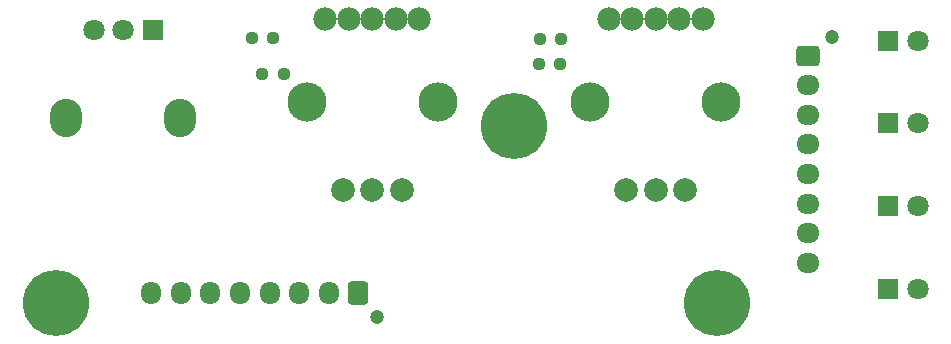
<source format=gbr>
%TF.GenerationSoftware,KiCad,Pcbnew,8.0.1-8.0.1-1~ubuntu22.04.1*%
%TF.CreationDate,2024-05-06T17:14:44+02:00*%
%TF.ProjectId,SecondaryBoard,5365636f-6e64-4617-9279-426f6172642e,rev?*%
%TF.SameCoordinates,Original*%
%TF.FileFunction,Soldermask,Top*%
%TF.FilePolarity,Negative*%
%FSLAX46Y46*%
G04 Gerber Fmt 4.6, Leading zero omitted, Abs format (unit mm)*
G04 Created by KiCad (PCBNEW 8.0.1-8.0.1-1~ubuntu22.04.1) date 2024-05-06 17:14:44*
%MOMM*%
%LPD*%
G01*
G04 APERTURE LIST*
G04 Aperture macros list*
%AMRoundRect*
0 Rectangle with rounded corners*
0 $1 Rounding radius*
0 $2 $3 $4 $5 $6 $7 $8 $9 X,Y pos of 4 corners*
0 Add a 4 corners polygon primitive as box body*
4,1,4,$2,$3,$4,$5,$6,$7,$8,$9,$2,$3,0*
0 Add four circle primitives for the rounded corners*
1,1,$1+$1,$2,$3*
1,1,$1+$1,$4,$5*
1,1,$1+$1,$6,$7*
1,1,$1+$1,$8,$9*
0 Add four rect primitives between the rounded corners*
20,1,$1+$1,$2,$3,$4,$5,0*
20,1,$1+$1,$4,$5,$6,$7,0*
20,1,$1+$1,$6,$7,$8,$9,0*
20,1,$1+$1,$8,$9,$2,$3,0*%
G04 Aperture macros list end*
%ADD10R,1.800000X1.800000*%
%ADD11C,1.800000*%
%ADD12C,1.981200*%
%ADD13C,2.001520*%
%ADD14C,3.317240*%
%ADD15C,5.600000*%
%ADD16RoundRect,0.237500X0.250000X0.237500X-0.250000X0.237500X-0.250000X-0.237500X0.250000X-0.237500X0*%
%ADD17O,2.720000X3.240000*%
%ADD18RoundRect,0.237500X-0.250000X-0.237500X0.250000X-0.237500X0.250000X0.237500X-0.250000X0.237500X0*%
%ADD19C,1.200000*%
%ADD20RoundRect,0.250000X0.600000X0.725000X-0.600000X0.725000X-0.600000X-0.725000X0.600000X-0.725000X0*%
%ADD21O,1.700000X1.950000*%
%ADD22RoundRect,0.250000X-0.725000X0.600000X-0.725000X-0.600000X0.725000X-0.600000X0.725000X0.600000X0*%
%ADD23O,1.950000X1.700000*%
G04 APERTURE END LIST*
D10*
%TO.C,D4*%
X214649900Y-44800000D03*
D11*
X217189900Y-44800000D03*
%TD*%
D12*
%TO.C,S1*%
X191002040Y-43002300D03*
X193001020Y-43002300D03*
X195000000Y-43002300D03*
X196998980Y-43002300D03*
X198997960Y-43002300D03*
D13*
X192500640Y-57498080D03*
X197499360Y-57498080D03*
X195000000Y-57498080D03*
D14*
X189450100Y-50000000D03*
X200549900Y-50000000D03*
%TD*%
D15*
%TO.C,H2*%
X144200000Y-67000000D03*
%TD*%
D12*
%TO.C,S2*%
X167002040Y-43002300D03*
X169001020Y-43002300D03*
X171000000Y-43002300D03*
X172998980Y-43002300D03*
X174997960Y-43002300D03*
D13*
X168500640Y-57498080D03*
X173499360Y-57498080D03*
X171000000Y-57498080D03*
D14*
X165450100Y-50000000D03*
X176549900Y-50000000D03*
%TD*%
D10*
%TO.C,D1*%
X214649900Y-65800000D03*
D11*
X217189900Y-65800000D03*
%TD*%
D10*
%TO.C,D2*%
X214649900Y-58800000D03*
D11*
X217189900Y-58800000D03*
%TD*%
D16*
%TO.C,R9*%
X187012500Y-44700000D03*
X185187500Y-44700000D03*
%TD*%
D10*
%TO.C,D3*%
X214649900Y-51800000D03*
D11*
X217189900Y-51800000D03*
%TD*%
D17*
%TO.C,RV1*%
X154700000Y-51400000D03*
X145100000Y-51400000D03*
D10*
X152400000Y-43900000D03*
D11*
X149900000Y-43900000D03*
X147400000Y-43900000D03*
%TD*%
D15*
%TO.C,H3*%
X200200000Y-67000000D03*
%TD*%
D18*
%TO.C,R11*%
X161687500Y-47600000D03*
X163512500Y-47600000D03*
%TD*%
D15*
%TO.C,H1*%
X183000000Y-52000000D03*
%TD*%
D16*
%TO.C,R10*%
X186912500Y-46800000D03*
X185087500Y-46800000D03*
%TD*%
D18*
%TO.C,R12*%
X160787500Y-44600000D03*
X162612500Y-44600000D03*
%TD*%
D19*
%TO.C,J4*%
X171400000Y-68200000D03*
D20*
X169800000Y-66200000D03*
D21*
X167300000Y-66200000D03*
X164800000Y-66200000D03*
X162300000Y-66200000D03*
X159800000Y-66200000D03*
X157300000Y-66200000D03*
X154800000Y-66200000D03*
X152300000Y-66200000D03*
%TD*%
D19*
%TO.C,J5*%
X209900000Y-44500000D03*
D22*
X207900000Y-46100000D03*
D23*
X207900000Y-48600000D03*
X207900000Y-51100000D03*
X207900000Y-53600000D03*
X207900000Y-56100000D03*
X207900000Y-58600000D03*
X207900000Y-61100000D03*
X207900000Y-63600000D03*
%TD*%
M02*

</source>
